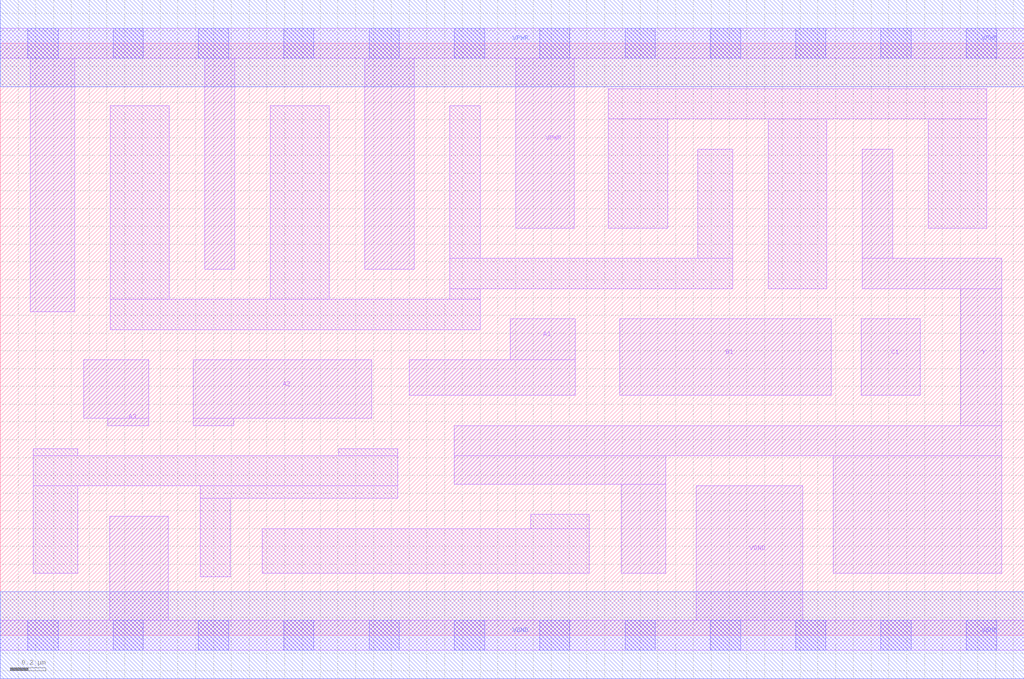
<source format=lef>
# Copyright 2020 The SkyWater PDK Authors
#
# Licensed under the Apache License, Version 2.0 (the "License");
# you may not use this file except in compliance with the License.
# You may obtain a copy of the License at
#
#     https://www.apache.org/licenses/LICENSE-2.0
#
# Unless required by applicable law or agreed to in writing, software
# distributed under the License is distributed on an "AS IS" BASIS,
# WITHOUT WARRANTIES OR CONDITIONS OF ANY KIND, either express or implied.
# See the License for the specific language governing permissions and
# limitations under the License.
#
# SPDX-License-Identifier: Apache-2.0

VERSION 5.7 ;
  NAMESCASESENSITIVE ON ;
  NOWIREEXTENSIONATPIN ON ;
  DIVIDERCHAR "/" ;
  BUSBITCHARS "[]" ;
UNITS
  DATABASE MICRONS 200 ;
END UNITS
MACRO sky130_fd_sc_hs__a311oi_2
  CLASS CORE ;
  SOURCE USER ;
  FOREIGN sky130_fd_sc_hs__a311oi_2 ;
  ORIGIN  0.000000  0.000000 ;
  SIZE  5.760000 BY  3.330000 ;
  SYMMETRY X Y ;
  SITE unit ;
  PIN A1
    ANTENNAGATEAREA  0.558000 ;
    DIRECTION INPUT ;
    USE SIGNAL ;
    PORT
      LAYER li1 ;
        RECT 2.300000 1.350000 3.235000 1.550000 ;
        RECT 2.870000 1.550000 3.235000 1.780000 ;
    END
  END A1
  PIN A2
    ANTENNAGATEAREA  0.558000 ;
    DIRECTION INPUT ;
    USE SIGNAL ;
    PORT
      LAYER li1 ;
        RECT 1.085000 1.180000 1.315000 1.220000 ;
        RECT 1.085000 1.220000 2.090000 1.550000 ;
    END
  END A2
  PIN A3
    ANTENNAGATEAREA  0.558000 ;
    DIRECTION INPUT ;
    USE SIGNAL ;
    PORT
      LAYER li1 ;
        RECT 0.470000 1.220000 0.835000 1.550000 ;
        RECT 0.605000 1.180000 0.835000 1.220000 ;
    END
  END A3
  PIN B1
    ANTENNAGATEAREA  0.447000 ;
    DIRECTION INPUT ;
    USE SIGNAL ;
    PORT
      LAYER li1 ;
        RECT 3.485000 1.350000 4.675000 1.780000 ;
    END
  END B1
  PIN C1
    ANTENNAGATEAREA  0.447000 ;
    DIRECTION INPUT ;
    USE SIGNAL ;
    PORT
      LAYER li1 ;
        RECT 4.845000 1.350000 5.175000 1.780000 ;
    END
  END C1
  PIN Y
    ANTENNADIFFAREA  0.935400 ;
    DIRECTION OUTPUT ;
    USE SIGNAL ;
    PORT
      LAYER li1 ;
        RECT 2.555000 0.850000 3.745000 1.010000 ;
        RECT 2.555000 1.010000 5.635000 1.180000 ;
        RECT 3.495000 0.350000 3.745000 0.850000 ;
        RECT 4.685000 0.350000 5.635000 1.010000 ;
        RECT 4.850000 1.950000 5.635000 2.120000 ;
        RECT 4.850000 2.120000 5.020000 2.735000 ;
        RECT 5.405000 1.180000 5.635000 1.950000 ;
    END
  END Y
  PIN VGND
    DIRECTION INOUT ;
    USE GROUND ;
    PORT
      LAYER li1 ;
        RECT 0.000000 -0.085000 5.760000 0.085000 ;
        RECT 0.615000  0.085000 0.945000 0.670000 ;
        RECT 3.915000  0.085000 4.515000 0.840000 ;
      LAYER mcon ;
        RECT 0.155000 -0.085000 0.325000 0.085000 ;
        RECT 0.635000 -0.085000 0.805000 0.085000 ;
        RECT 1.115000 -0.085000 1.285000 0.085000 ;
        RECT 1.595000 -0.085000 1.765000 0.085000 ;
        RECT 2.075000 -0.085000 2.245000 0.085000 ;
        RECT 2.555000 -0.085000 2.725000 0.085000 ;
        RECT 3.035000 -0.085000 3.205000 0.085000 ;
        RECT 3.515000 -0.085000 3.685000 0.085000 ;
        RECT 3.995000 -0.085000 4.165000 0.085000 ;
        RECT 4.475000 -0.085000 4.645000 0.085000 ;
        RECT 4.955000 -0.085000 5.125000 0.085000 ;
        RECT 5.435000 -0.085000 5.605000 0.085000 ;
      LAYER met1 ;
        RECT 0.000000 -0.245000 5.760000 0.245000 ;
    END
  END VGND
  PIN VPWR
    DIRECTION INOUT ;
    USE POWER ;
    PORT
      LAYER li1 ;
        RECT 0.000000 3.245000 5.760000 3.415000 ;
        RECT 0.170000 1.820000 0.420000 3.245000 ;
        RECT 1.150000 2.060000 1.320000 3.245000 ;
        RECT 2.050000 2.060000 2.330000 3.245000 ;
        RECT 2.900000 2.290000 3.230000 3.245000 ;
      LAYER mcon ;
        RECT 0.155000 3.245000 0.325000 3.415000 ;
        RECT 0.635000 3.245000 0.805000 3.415000 ;
        RECT 1.115000 3.245000 1.285000 3.415000 ;
        RECT 1.595000 3.245000 1.765000 3.415000 ;
        RECT 2.075000 3.245000 2.245000 3.415000 ;
        RECT 2.555000 3.245000 2.725000 3.415000 ;
        RECT 3.035000 3.245000 3.205000 3.415000 ;
        RECT 3.515000 3.245000 3.685000 3.415000 ;
        RECT 3.995000 3.245000 4.165000 3.415000 ;
        RECT 4.475000 3.245000 4.645000 3.415000 ;
        RECT 4.955000 3.245000 5.125000 3.415000 ;
        RECT 5.435000 3.245000 5.605000 3.415000 ;
      LAYER met1 ;
        RECT 0.000000 3.085000 5.760000 3.575000 ;
    END
  END VPWR
  OBS
    LAYER li1 ;
      RECT 0.185000 0.350000 0.435000 0.840000 ;
      RECT 0.185000 0.840000 2.235000 1.010000 ;
      RECT 0.185000 1.010000 0.435000 1.050000 ;
      RECT 0.620000 1.720000 2.700000 1.890000 ;
      RECT 0.620000 1.890000 0.950000 2.980000 ;
      RECT 1.125000 0.330000 1.295000 0.770000 ;
      RECT 1.125000 0.770000 2.235000 0.840000 ;
      RECT 1.475000 0.350000 3.315000 0.600000 ;
      RECT 1.520000 1.890000 1.850000 2.980000 ;
      RECT 1.905000 1.010000 2.235000 1.050000 ;
      RECT 2.530000 1.890000 2.700000 1.950000 ;
      RECT 2.530000 1.950000 4.120000 2.120000 ;
      RECT 2.530000 2.120000 2.700000 2.980000 ;
      RECT 2.985000 0.600000 3.315000 0.680000 ;
      RECT 3.420000 2.290000 3.755000 2.905000 ;
      RECT 3.420000 2.905000 5.550000 3.075000 ;
      RECT 3.925000 2.120000 4.120000 2.735000 ;
      RECT 4.320000 1.950000 4.650000 2.905000 ;
      RECT 5.220000 2.290000 5.550000 2.905000 ;
  END
END sky130_fd_sc_hs__a311oi_2

</source>
